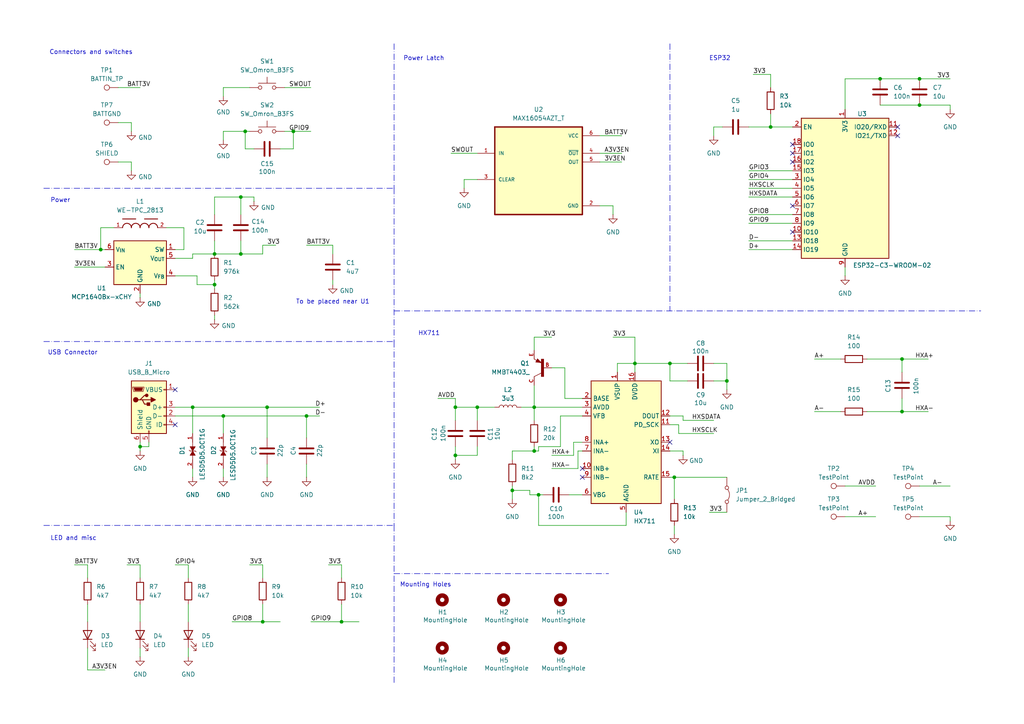
<source format=kicad_sch>
(kicad_sch (version 20231120) (generator "eeschema") (generator_version "8.0")
  (paper "A4")
  (lib_symbols
    (symbol "Analog_ADC:HX711"
      (property "Reference" "U" (at 5.08 21.59 0))
      (property "Value" "HX711" (at 7.62 19.05 0))
      (symbol "HX711_1_1"
        (pin power_in line (at -2.54 20.32 270) (length 2.54) (name "VSUP") (number "1"))
        (pin input line (at -12.7 -7.62 0) (length 2.54) (name "INB+") (number "10"))
        (pin input line (at 12.7 5.08 180) (length 2.54) (name "PD_SCK") (number "11"))
        (pin output line (at 12.7 7.62 180) (length 2.54) (name "DOUT") (number "12"))
        (pin passive line (at 12.7 0 180) (length 2.54) (name "XO") (number "13"))
        (pin passive line (at 12.7 -2.54 180) (length 2.54) (name "XI") (number "14"))
        (pin input line (at 12.7 -10.16 180) (length 2.54) (name "RATE") (number "15"))
        (pin power_in line (at 2.54 20.32 270) (length 2.54) (name "DVDD") (number "16"))
        (pin passive line (at -12.7 12.7 0) (length 2.54) (name "BASE") (number "2"))
        (pin power_in line (at -12.7 10.16 0) (length 2.54) (name "AVDD") (number "3"))
        (pin input line (at -12.7 7.62 0) (length 2.54) (name "VFB") (number "4"))
        (pin power_in line (at 0 -20.32 90) (length 2.54) (name "AGND") (number "5"))
        (pin passive line (at -12.7 -15.24 0) (length 2.54) (name "VBG") (number "6"))
        (pin input line (at -12.7 -2.54 0) (length 2.54) (name "INA-") (number "7"))
        (pin input line (at -12.7 0 0) (length 2.54) (name "INA+") (number "8"))
        (pin input line (at -12.7 -10.16 0) (length 2.54) (name "INB-") (number "9"))
      )
    )
    (symbol "Connector:TestPoint" (pin_numbers hide) (pin_names (offset 0.762) hide)
      (property "Reference" "TP" (at 0 6.858 0))
      (property "Value" "TestPoint" (at 0 5.08 0))
      (symbol "TestPoint_1_1"
        (pin passive line (at 0 0 90) (length 2.54) (name "1") (number "1"))
      )
    )
    (symbol "Connector:USB_B_Micro" (pin_names (offset 1.016))
      (property "Reference" "J" (at -5.08 11.43 0))
      (property "Value" "USB_B_Micro" (at -5.08 8.89 0))
      (symbol "USB_B_Micro_1_1"
        (pin power_out line (at 7.62 5.08 180) (length 2.54) (name "VBUS") (number "1"))
        (pin bidirectional line (at 7.62 -2.54 180) (length 2.54) (name "D-") (number "2"))
        (pin bidirectional line (at 7.62 0 180) (length 2.54) (name "D+") (number "3"))
        (pin passive line (at 7.62 -5.08 180) (length 2.54) (name "ID") (number "4"))
        (pin power_out line (at 0 -10.16 90) (length 2.54) (name "GND") (number "5"))
        (pin passive line (at -2.54 -10.16 90) (length 2.54) (name "Shield") (number "6"))
      )
    )
    (symbol "Device:C" (pin_numbers hide) (pin_names (offset 0.254))
      (property "Reference" "C" (at 0.635 2.54 0))
      (property "Value" "C" (at 0.635 -2.54 0))
      (symbol "C_1_1"
        (pin passive line (at 0 3.81 270) (length 2.794) (name "~") (number "1"))
        (pin passive line (at 0 -3.81 90) (length 2.794) (name "~") (number "2"))
      )
    )
    (symbol "Device:L" (pin_numbers hide) (pin_names (offset 1.016) hide)
      (property "Reference" "L" (at -1.27 0 90))
      (property "Value" "L" (at 1.905 0 90))
      (symbol "L_1_1"
        (pin passive line (at 0 3.81 270) (length 1.27) (name "1") (number "1"))
        (pin passive line (at 0 -3.81 90) (length 1.27) (name "2") (number "2"))
      )
    )
    (symbol "Device:LED" (pin_numbers hide) (pin_names (offset 1.016) hide)
      (property "Reference" "D" (at 0 2.54 0))
      (property "Value" "LED" (at 0 -2.54 0))
      (symbol "LED_1_1"
        (pin passive line (at -3.81 0 0) (length 2.54) (name "K") (number "1"))
        (pin passive line (at 3.81 0 180) (length 2.54) (name "A") (number "2"))
      )
    )
    (symbol "Device:R" (pin_numbers hide) (pin_names (offset 0))
      (property "Reference" "R" (at 2.032 0 90))
      (property "Value" "R" (at 0 0 90))
      (symbol "R_1_1"
        (pin passive line (at 0 3.81 270) (length 1.27) (name "~") (number "1"))
        (pin passive line (at 0 -3.81 90) (length 1.27) (name "~") (number "2"))
      )
    )
    (symbol "Jumper:Jumper_2_Bridged" (pin_numbers hide) (pin_names (offset 0) hide) (exclude_from_sim yes)
      (property "Reference" "JP" (at 0 1.905 0))
      (property "Value" "Jumper_2_Bridged" (at 0 -2.54 0))
      (symbol "Jumper_2_Bridged_1_1"
        (pin passive line (at -5.08 0 0) (length 2.54) (name "A") (number "1"))
        (pin passive line (at 5.08 0 180) (length 2.54) (name "B") (number "2"))
      )
    )
    (symbol "LESD5D5.0CT1G:LESD5D5.0CT1G" (pin_names (offset 1.016))
      (property "Reference" "D" (at -5.08 2.54 0))
      (property "Value" "LESD5D5.0CT1G" (at -5.08 -5.08 0))
      (symbol "LESD5D5.0CT1G_0_0"
        (pin passive line (at -5.08 0 0) (length 2.54) (name "~") (number "1"))
        (pin passive line (at 5.08 0 180) (length 2.54) (name "~") (number "2"))
      )
    )
    (symbol "MAX16054AZT_T:MAX16054AZT_T" (pin_names (offset 1.016))
      (property "Reference" "U" (at -12.7 13.7 0))
      (property "Value" "MAX16054AZT_T" (at -12.7 -16.7 0))
      (symbol "MAX16054AZT_T_0_0"
        (pin input line (at -17.78 5.08 0) (length 5.08) (name "IN") (number "1"))
        (pin power_in line (at 17.78 -10.16 180) (length 5.08) (name "GND") (number "2"))
        (pin bidirectional line (at -17.78 -2.54 0) (length 5.08) (name "CLEAR") (number "3"))
        (pin output line (at 17.78 5.08 180) (length 5.08) (name "~{OUT}") (number "4"))
        (pin output line (at 17.78 2.54 180) (length 5.08) (name "OUT") (number "5"))
        (pin power_in line (at 17.78 10.16 180) (length 5.08) (name "VCC") (number "6"))
      )
    )
    (symbol "MMBT4403_:MMBT4403_" (pin_names (offset 1.016))
      (property "Reference" "Q" (at -10.1673 7.6255 0))
      (property "Value" "MMBT4403_" (at -10.1715 5.0857 0))
      (symbol "MMBT4403__0_0"
        (pin passive line (at -2.54 0 0) (length 2.54) (name "~") (number "B"))
        (pin passive line (at 2.54 -5.08 90) (length 2.54) (name "~") (number "C"))
        (pin passive line (at 2.54 5.08 270) (length 2.54) (name "~") (number "E"))
      )
    )
    (symbol "Mechanical:MountingHole" (pin_names (offset 1.016)) (exclude_from_sim yes) (in_bom no)
      (property "Reference" "H" (at 0 5.08 0))
      (property "Value" "MountingHole" (at 0 3.175 0))
    )
    (symbol "RF_Module:ESP32-C3-WROOM-02"
      (property "Reference" "U" (at -12.192 21.336 0))
      (property "Value" "ESP32-C3-WROOM-02" (at 12.192 21.336 0))
      (symbol "ESP32-C3-WROOM-02_1_1"
        (pin power_in line (at 0 22.86 270) (length 2.54) (name "3V3") (number "1"))
        (pin bidirectional line (at -15.24 -12.7 0) (length 2.54) (name "IO10") (number "10"))
        (pin bidirectional line (at 15.24 17.78 180) (length 2.54) (name "IO20/RXD") (number "11"))
        (pin bidirectional line (at 15.24 15.24 180) (length 2.54) (name "IO21/TXD") (number "12"))
        (pin bidirectional line (at -15.24 -15.24 0) (length 2.54) (name "IO18") (number "13"))
        (pin bidirectional line (at -15.24 -17.78 0) (length 2.54) (name "IO19") (number "14"))
        (pin bidirectional line (at -15.24 5.08 0) (length 2.54) (name "IO3") (number "15"))
        (pin bidirectional line (at -15.24 7.62 0) (length 2.54) (name "IO2") (number "16"))
        (pin bidirectional line (at -15.24 10.16 0) (length 2.54) (name "IO1") (number "17"))
        (pin bidirectional line (at -15.24 12.7 0) (length 2.54) (name "IO0") (number "18"))
        (pin passive line (at 0 -22.86 90) (length 2.54) hide (name "GND") (number "19"))
        (pin input line (at -15.24 17.78 0) (length 2.54) (name "EN") (number "2"))
        (pin bidirectional line (at -15.24 2.54 0) (length 2.54) (name "IO4") (number "3"))
        (pin bidirectional line (at -15.24 0 0) (length 2.54) (name "IO5") (number "4"))
        (pin bidirectional line (at -15.24 -2.54 0) (length 2.54) (name "IO6") (number "5"))
        (pin bidirectional line (at -15.24 -5.08 0) (length 2.54) (name "IO7") (number "6"))
        (pin bidirectional line (at -15.24 -7.62 0) (length 2.54) (name "IO8") (number "7"))
        (pin bidirectional line (at -15.24 -10.16 0) (length 2.54) (name "IO9") (number "8"))
        (pin power_in line (at 0 -22.86 90) (length 2.54) (name "GND") (number "9"))
      )
    )
    (symbol "Regulator_Switching:MCP1640Bx-xCHY"
      (property "Reference" "U" (at -7.62 8.89 0))
      (property "Value" "MCP1640Bx-xCHY" (at -1.27 8.89 0))
      (symbol "MCP1640Bx-xCHY_1_1"
        (pin input line (at 10.16 5.08 180) (length 2.54) (name "SW") (number "1"))
        (pin power_in line (at 0 -7.62 90) (length 2.54) (name "GND") (number "2"))
        (pin input line (at -10.16 0 0) (length 2.54) (name "EN") (number "3"))
        (pin input line (at 10.16 -2.54 180) (length 2.54) (name "V_{FB}") (number "4"))
        (pin power_out line (at 10.16 2.54 180) (length 2.54) (name "V_{OUT}") (number "5"))
        (pin power_in line (at -10.16 5.08 0) (length 2.54) (name "V_{IN}") (number "6"))
      )
    )
    (symbol "Switch:SW_Omron_B3FS" (pin_numbers hide) (pin_names (offset 1.016) hide)
      (property "Reference" "SW" (at 1.27 2.54 0))
      (property "Value" "SW_Omron_B3FS" (at 0 -1.524 0))
      (symbol "SW_Omron_B3FS_0_1"
        (pin passive line (at -5.08 0 0) (length 2.54) (name "1") (number "1"))
        (pin passive line (at 5.08 0 180) (length 2.54) (name "2") (number "2"))
      )
    )
    (symbol "WE-TPC_2813:WE-TPC_2813" (pin_names (offset 1.016))
      (property "Reference" "L" (at 0 3.81 0))
      (property "Value" "WE-TPC_2813" (at 0 -2.54 0))
      (symbol "WE-TPC_2813_0_0"
        (pin passive line (at -7.62 0 0) (length 2.54) (name "~") (number "1"))
        (pin passive line (at 7.62 0 180) (length 2.54) (name "~") (number "2"))
      )
    )
    (symbol "power:GND" (power) (pin_numbers hide) (pin_names (offset 0) hide)
      (property "Value" "GND" (at 0 -3.81 0))
      (symbol "GND_1_1"
        (pin power_in line (at 0 0 270) (length 0) (name "~") (number "1"))
      )
    )
  )
  (junction (at 156.21 143.51))
  (junction (at 71.12 38.1))
  (junction (at 266.7 22.86))
  (junction (at 88.9 120.65))
  (junction (at 64.77 120.65))
  (junction (at 154.94 130.81))
  (junction (at 261.62 104.14))
  (junction (at 62.23 73.66))
  (junction (at 261.62 119.38))
  (junction (at 266.7 30.48))
  (junction (at 132.08 118.11))
  (junction (at 184.15 105.41))
  (junction (at 69.85 57.15))
  (junction (at 85.09 38.1))
  (junction (at 195.58 138.43))
  (junction (at 223.52 36.83))
  (junction (at 138.43 118.11))
  (junction (at 69.85 73.66))
  (junction (at 154.94 118.11))
  (junction (at 99.06 180.34))
  (junction (at 40.64 129.54))
  (junction (at 77.47 118.11))
  (junction (at 148.59 142.24))
  (junction (at 255.27 22.86))
  (junction (at 210.82 110.49))
  (junction (at 62.23 82.55))
  (junction (at 55.88 118.11))
  (junction (at 76.2 180.34))
  (junction (at 194.31 105.41))
  (junction (at 29.21 72.39))
  (junction (at 132.08 132.08))
  (no_connect (at 50.8 113.03))
  (no_connect (at 168.91 135.89))
  (no_connect (at 260.35 36.83))
  (no_connect (at 229.87 67.31))
  (no_connect (at 229.87 41.91))
  (no_connect (at 229.87 46.99))
  (no_connect (at 229.87 59.69))
  (no_connect (at 168.91 138.43))
  (no_connect (at 50.8 123.19))
  (no_connect (at 229.87 44.45))
  (no_connect (at 260.35 39.37))
  (no_connect (at 194.31 128.27))
  (wire (pts (xy 198.12 120.65) (xy 198.12 121.92)))
  (wire (pts (xy 64.77 135.89) (xy 64.77 138.43)))
  (polyline (pts (xy 12.7 99.06) (xy 114.3 99.06)) (stroke (width 0) (type dash_dot)))
  (wire (pts (xy 57.15 80.01) (xy 57.15 82.55)))
  (wire (pts (xy 209.55 36.83) (xy 207.01 36.83)))
  (wire (pts (xy 148.59 142.24) (xy 148.59 144.78)))
  (polyline (pts (xy 114.3 12.7) (xy 114.3 54.61)) (stroke (width 0) (type dash_dot)))
  (wire (pts (xy 138.43 52.07) (xy 134.62 52.07)))
  (wire (pts (xy 96.52 81.28) (xy 96.52 82.55)))
  (wire (pts (xy 134.62 52.07) (xy 134.62 54.61)))
  (wire (pts (xy 57.15 82.55) (xy 62.23 82.55)))
  (wire (pts (xy 50.8 74.93) (xy 55.88 74.93)))
  (wire (pts (xy 245.11 22.86) (xy 255.27 22.86)))
  (wire (pts (xy 236.22 104.14) (xy 243.84 104.14)))
  (wire (pts (xy 173.99 59.69) (xy 177.8 59.69)))
  (wire (pts (xy 64.77 38.1) (xy 64.77 40.64)))
  (wire (pts (xy 95.25 163.83) (xy 99.06 163.83)))
  (wire (pts (xy 166.37 128.27) (xy 166.37 132.08)))
  (wire (pts (xy 195.58 138.43) (xy 195.58 144.78)))
  (wire (pts (xy 62.23 62.23) (xy 62.23 57.15)))
  (wire (pts (xy 62.23 82.55) (xy 62.23 83.82)))
  (wire (pts (xy 223.52 25.4) (xy 223.52 21.59)))
  (wire (pts (xy 38.1 35.56) (xy 38.1 38.1)))
  (wire (pts (xy 160.02 132.08) (xy 166.37 132.08)))
  (wire (pts (xy 55.88 118.11) (xy 55.88 125.73)))
  (wire (pts (xy 69.85 57.15) (xy 73.66 57.15)))
  (wire (pts (xy 194.31 110.49) (xy 194.31 105.41)))
  (wire (pts (xy 266.7 22.86) (xy 275.59 22.86)))
  (wire (pts (xy 162.56 129.54) (xy 156.21 129.54)))
  (polyline (pts (xy 114.3 152.4) (xy 114.3 198.12)) (stroke (width 0) (type dash_dot)))
  (wire (pts (xy 76.2 71.12) (xy 80.01 71.12)))
  (wire (pts (xy 50.8 118.11) (xy 55.88 118.11)))
  (wire (pts (xy 62.23 73.66) (xy 69.85 73.66)))
  (wire (pts (xy 71.12 43.18) (xy 71.12 38.1)))
  (wire (pts (xy 177.8 59.69) (xy 177.8 62.23)))
  (wire (pts (xy 194.31 105.41) (xy 199.39 105.41)))
  (wire (pts (xy 148.59 140.97) (xy 148.59 142.24)))
  (wire (pts (xy 207.01 105.41) (xy 210.82 105.41)))
  (wire (pts (xy 99.06 175.26) (xy 99.06 180.34)))
  (wire (pts (xy 181.61 152.4) (xy 156.21 152.4)))
  (wire (pts (xy 196.85 125.73) (xy 207.01 125.73)))
  (wire (pts (xy 21.59 163.83) (xy 25.4 163.83)))
  (wire (pts (xy 156.21 129.54) (xy 156.21 130.81)))
  (wire (pts (xy 25.4 175.26) (xy 25.4 180.34)))
  (wire (pts (xy 251.46 104.14) (xy 261.62 104.14)))
  (wire (pts (xy 71.12 38.1) (xy 72.39 38.1)))
  (wire (pts (xy 218.44 21.59) (xy 223.52 21.59)))
  (wire (pts (xy 54.61 167.64) (xy 54.61 163.83)))
  (wire (pts (xy 156.21 130.81) (xy 154.94 130.81)))
  (wire (pts (xy 196.85 123.19) (xy 196.85 125.73)))
  (wire (pts (xy 154.94 101.6) (xy 154.94 97.79)))
  (wire (pts (xy 184.15 105.41) (xy 184.15 97.79)))
  (wire (pts (xy 40.64 85.09) (xy 40.64 86.36)))
  (wire (pts (xy 34.29 35.56) (xy 38.1 35.56)))
  (wire (pts (xy 207.01 36.83) (xy 207.01 39.37)))
  (polyline (pts (xy 114.3 90.17) (xy 284.48 90.17)) (stroke (width 0) (type dash_dot)))
  (wire (pts (xy 217.17 62.23) (xy 229.87 62.23)))
  (wire (pts (xy 77.47 134.62) (xy 77.47 138.43)))
  (wire (pts (xy 90.17 180.34) (xy 99.06 180.34)))
  (wire (pts (xy 156.21 143.51) (xy 153.67 143.51)))
  (wire (pts (xy 54.61 187.96) (xy 54.61 190.5)))
  (wire (pts (xy 43.18 128.27) (xy 43.18 129.54)))
  (wire (pts (xy 69.85 69.85) (xy 69.85 73.66)))
  (wire (pts (xy 184.15 105.41) (xy 194.31 105.41)))
  (wire (pts (xy 195.58 152.4) (xy 195.58 154.94)))
  (wire (pts (xy 198.12 121.92) (xy 207.01 121.92)))
  (wire (pts (xy 199.39 110.49) (xy 194.31 110.49)))
  (wire (pts (xy 40.64 128.27) (xy 40.64 129.54)))
  (wire (pts (xy 223.52 36.83) (xy 229.87 36.83)))
  (wire (pts (xy 173.99 39.37) (xy 180.34 39.37)))
  (wire (pts (xy 181.61 148.59) (xy 181.61 152.4)))
  (wire (pts (xy 168.91 120.65) (xy 162.56 120.65)))
  (wire (pts (xy 48.26 66.04) (xy 53.34 66.04)))
  (wire (pts (xy 177.8 97.79) (xy 184.15 97.79)))
  (wire (pts (xy 245.11 140.97) (xy 254 140.97)))
  (wire (pts (xy 76.2 167.64) (xy 76.2 163.83)))
  (wire (pts (xy 148.59 130.81) (xy 148.59 133.35)))
  (wire (pts (xy 50.8 163.83) (xy 54.61 163.83)))
  (wire (pts (xy 43.18 129.54) (xy 40.64 129.54)))
  (wire (pts (xy 50.8 120.65) (xy 64.77 120.65)))
  (wire (pts (xy 210.82 105.41) (xy 210.82 110.49)))
  (wire (pts (xy 154.94 130.81) (xy 148.59 130.81)))
  (wire (pts (xy 21.59 77.47) (xy 30.48 77.47)))
  (wire (pts (xy 194.31 120.65) (xy 198.12 120.65)))
  (wire (pts (xy 184.15 105.41) (xy 184.15 107.95)))
  (wire (pts (xy 67.31 180.34) (xy 76.2 180.34)))
  (wire (pts (xy 38.1 46.99) (xy 38.1 49.53)))
  (wire (pts (xy 261.62 104.14) (xy 269.24 104.14)))
  (wire (pts (xy 194.31 138.43) (xy 195.58 138.43)))
  (wire (pts (xy 173.99 44.45) (xy 180.34 44.45)))
  (wire (pts (xy 55.88 135.89) (xy 55.88 138.43)))
  (wire (pts (xy 217.17 52.07) (xy 229.87 52.07)))
  (wire (pts (xy 194.31 123.19) (xy 196.85 123.19)))
  (wire (pts (xy 127 115.57) (xy 132.08 115.57)))
  (wire (pts (xy 88.9 120.65) (xy 92.71 120.65)))
  (wire (pts (xy 143.51 118.11) (xy 138.43 118.11)))
  (wire (pts (xy 179.07 107.95) (xy 179.07 105.41)))
  (wire (pts (xy 261.62 104.14) (xy 261.62 107.95)))
  (wire (pts (xy 132.08 132.08) (xy 132.08 133.35)))
  (wire (pts (xy 40.64 175.26) (xy 40.64 180.34)))
  (wire (pts (xy 168.91 130.81) (xy 167.64 130.81)))
  (wire (pts (xy 168.91 128.27) (xy 166.37 128.27)))
  (wire (pts (xy 25.4 167.64) (xy 25.4 163.83)))
  (wire (pts (xy 29.21 72.39) (xy 30.48 72.39)))
  (wire (pts (xy 217.17 69.85) (xy 229.87 69.85)))
  (wire (pts (xy 132.08 118.11) (xy 132.08 115.57)))
  (wire (pts (xy 173.99 46.99) (xy 180.34 46.99)))
  (wire (pts (xy 77.47 118.11) (xy 77.47 127)))
  (wire (pts (xy 96.52 73.66) (xy 96.52 71.12)))
  (wire (pts (xy 138.43 132.08) (xy 132.08 132.08)))
  (wire (pts (xy 25.4 194.31) (xy 30.48 194.31)))
  (polyline (pts (xy 12.7 152.4) (xy 114.3 152.4)) (stroke (width 0) (type dash_dot)))
  (wire (pts (xy 207.01 110.49) (xy 210.82 110.49)))
  (wire (pts (xy 205.74 148.59) (xy 210.82 148.59)))
  (wire (pts (xy 76.2 73.66) (xy 76.2 71.12)))
  (wire (pts (xy 69.85 73.66) (xy 76.2 73.66)))
  (wire (pts (xy 165.1 143.51) (xy 168.91 143.51)))
  (wire (pts (xy 245.11 31.75) (xy 245.11 22.86)))
  (wire (pts (xy 55.88 118.11) (xy 77.47 118.11)))
  (wire (pts (xy 198.12 130.81) (xy 198.12 132.08)))
  (wire (pts (xy 157.48 143.51) (xy 156.21 143.51)))
  (wire (pts (xy 251.46 119.38) (xy 261.62 119.38)))
  (wire (pts (xy 223.52 33.02) (xy 223.52 36.83)))
  (wire (pts (xy 54.61 175.26) (xy 54.61 180.34)))
  (wire (pts (xy 245.11 149.86) (xy 254 149.86)))
  (wire (pts (xy 36.83 163.83) (xy 40.64 163.83)))
  (wire (pts (xy 72.39 163.83) (xy 76.2 163.83)))
  (wire (pts (xy 154.94 129.54) (xy 154.94 130.81)))
  (polyline (pts (xy 114.3 99.06) (xy 114.3 152.4)) (stroke (width 0) (type dash_dot)))
  (wire (pts (xy 64.77 25.4) (xy 72.39 25.4)))
  (wire (pts (xy 64.77 25.4) (xy 64.77 27.94)))
  (wire (pts (xy 99.06 180.34) (xy 104.14 180.34)))
  (wire (pts (xy 25.4 187.96) (xy 25.4 194.31)))
  (wire (pts (xy 138.43 129.54) (xy 138.43 132.08)))
  (wire (pts (xy 160.02 135.89) (xy 167.64 135.89)))
  (wire (pts (xy 69.85 62.23) (xy 69.85 57.15)))
  (wire (pts (xy 261.62 119.38) (xy 269.24 119.38)))
  (wire (pts (xy 40.64 129.54) (xy 40.64 130.81)))
  (wire (pts (xy 217.17 64.77) (xy 229.87 64.77)))
  (wire (pts (xy 162.56 120.65) (xy 162.56 129.54)))
  (wire (pts (xy 261.62 115.57) (xy 261.62 119.38)))
  (wire (pts (xy 85.09 43.18) (xy 85.09 38.1)))
  (wire (pts (xy 64.77 120.65) (xy 64.77 125.73)))
  (wire (pts (xy 132.08 118.11) (xy 132.08 121.92)))
  (wire (pts (xy 156.21 152.4) (xy 156.21 143.51)))
  (wire (pts (xy 217.17 49.53) (xy 229.87 49.53)))
  (wire (pts (xy 266.7 149.86) (xy 275.59 149.86)))
  (polyline (pts (xy 114.3 166.37) (xy 176.53 166.37)) (stroke (width 0) (type dash_dot)))
  (wire (pts (xy 88.9 134.62) (xy 88.9 138.43)))
  (wire (pts (xy 138.43 118.11) (xy 132.08 118.11)))
  (wire (pts (xy 154.94 97.79) (xy 160.02 97.79)))
  (wire (pts (xy 53.34 72.39) (xy 50.8 72.39)))
  (wire (pts (xy 130.81 44.45) (xy 138.43 44.45)))
  (wire (pts (xy 217.17 57.15) (xy 229.87 57.15)))
  (wire (pts (xy 275.59 30.48) (xy 275.59 31.75)))
  (wire (pts (xy 62.23 69.85) (xy 62.23 73.66)))
  (wire (pts (xy 64.77 120.65) (xy 88.9 120.65)))
  (wire (pts (xy 77.47 118.11) (xy 92.71 118.11)))
  (wire (pts (xy 132.08 129.54) (xy 132.08 132.08)))
  (wire (pts (xy 29.21 66.04) (xy 33.02 66.04)))
  (wire (pts (xy 154.94 111.76) (xy 154.94 118.11)))
  (polyline (pts (xy 194.31 12.7) (xy 194.31 90.17)) (stroke (width 0) (type dash_dot)))
  (wire (pts (xy 163.83 106.68) (xy 160.02 106.68)))
  (wire (pts (xy 55.88 73.66) (xy 62.23 73.66)))
  (wire (pts (xy 40.64 187.96) (xy 40.64 190.5)))
  (wire (pts (xy 195.58 138.43) (xy 210.82 138.43)))
  (wire (pts (xy 266.7 30.48) (xy 275.59 30.48)))
  (wire (pts (xy 21.59 72.39) (xy 29.21 72.39)))
  (wire (pts (xy 154.94 118.11) (xy 151.13 118.11)))
  (wire (pts (xy 85.09 38.1) (xy 90.17 38.1)))
  (wire (pts (xy 73.66 43.18) (xy 71.12 43.18)))
  (wire (pts (xy 88.9 120.65) (xy 88.9 127)))
  (wire (pts (xy 82.55 25.4) (xy 90.17 25.4)))
  (wire (pts (xy 153.67 142.24) (xy 148.59 142.24)))
  (wire (pts (xy 275.59 149.86) (xy 275.59 151.13)))
  (wire (pts (xy 29.21 66.04) (xy 29.21 72.39)))
  (wire (pts (xy 99.06 167.64) (xy 99.06 163.83)))
  (wire (pts (xy 217.17 36.83) (xy 223.52 36.83)))
  (wire (pts (xy 266.7 140.97) (xy 275.59 140.97)))
  (wire (pts (xy 34.29 46.99) (xy 38.1 46.99)))
  (wire (pts (xy 138.43 118.11) (xy 138.43 121.92)))
  (wire (pts (xy 53.34 66.04) (xy 53.34 72.39)))
  (wire (pts (xy 179.07 105.41) (xy 184.15 105.41)))
  (wire (pts (xy 81.28 43.18) (xy 85.09 43.18)))
  (wire (pts (xy 62.23 81.28) (xy 62.23 82.55)))
  (wire (pts (xy 64.77 38.1) (xy 71.12 38.1)))
  (wire (pts (xy 40.64 167.64) (xy 40.64 163.83)))
  (wire (pts (xy 194.31 130.81) (xy 198.12 130.81)))
  (wire (pts (xy 167.64 130.81) (xy 167.64 135.89)))
  (wire (pts (xy 255.27 30.48) (xy 266.7 30.48)))
  (wire (pts (xy 76.2 180.34) (xy 81.28 180.34)))
  (wire (pts (xy 88.9 71.12) (xy 96.52 71.12)))
  (wire (pts (xy 50.8 80.01) (xy 57.15 80.01)))
  (wire (pts (xy 76.2 175.26) (xy 76.2 180.34)))
  (wire (pts (xy 255.27 22.86) (xy 266.7 22.86)))
  (wire (pts (xy 217.17 72.39) (xy 229.87 72.39)))
  (wire (pts (xy 62.23 57.15) (xy 69.85 57.15)))
  (polyline (pts (xy 114.3 54.61) (xy 114.3 99.06)) (stroke (width 0) (type dash_dot)))
  (wire (pts (xy 62.23 91.44) (xy 62.23 92.71)))
  (wire (pts (xy 153.67 143.51) (xy 153.67 142.24)))
  (wire (pts (xy 82.55 38.1) (xy 85.09 38.1)))
  (wire (pts (xy 210.82 110.49) (xy 210.82 113.03)))
  (wire (pts (xy 245.11 77.47) (xy 245.11 80.01)))
  (polyline (pts (xy 12.7 54.61) (xy 114.3 54.61)) (stroke (width 0) (type dash_dot)))
  (wire (pts (xy 34.29 25.4) (xy 40.64 25.4)))
  (wire (pts (xy 236.22 119.38) (xy 243.84 119.38)))
  (wire (pts (xy 55.88 74.93) (xy 55.88 73.66)))
  (wire (pts (xy 73.66 57.15) (xy 73.66 58.42)))
  (wire (pts (xy 168.91 115.57) (xy 163.83 115.57)))
  (wire (pts (xy 217.17 54.61) (xy 229.87 54.61)))
  (wire (pts (xy 154.94 118.11) (xy 168.91 118.11)))
  (wire (pts (xy 163.83 115.57) (xy 163.83 106.68)))
  (wire (pts (xy 154.94 118.11) (xy 154.94 121.92)))
  (text "LED and misc" (at 21.336 156.21 0) (effects (font (size 1.27 1.27))))
  (text "USB Connector" (at 21.082 102.362 0) (effects (font (size 1.27 1.27))))
  (text "ESP32" (at 208.788 17.018 0) (effects (font (size 1.27 1.27))))
  (text "Power" (at 17.526 58.166 0) (effects (font (size 1.27 1.27))))
  (text "Mounting Holes" (at 123.444 169.672 0) (effects (font (size 1.27 1.27))))
  (text "Connectors and switches" (at 26.416 15.24 0) (effects (font (size 1.27 1.27))))
  (text "Power Latch" (at 122.936 17.018 0) (effects (font (size 1.27 1.27))))
  (text "HX711" (at 124.46 96.774 0) (effects (font (size 1.27 1.27))))
  (text "To be placed near U1" (at 96.52 87.63 0) (effects (font (size 1.27 1.27))))
  (label "3V3" (at 218.44 21.59 0))
  (label "GPIO9" (at 90.17 180.34 0))
  (label "GPIO4" (at 217.17 52.07 0))
  (label "D+" (at 217.17 72.39 0))
  (label "HXSCLK" (at 200.66 125.73 0))
  (label "3V3EN" (at 175.26 46.99 0))
  (label "D-" (at 217.17 69.85 0))
  (label "HXA+" (at 265.43 104.14 0))
  (label "A+" (at 236.22 104.14 0))
  (label "HXA+" (at 160.02 132.08 0))
  (label "3V3" (at 95.25 163.83 0))
  (label "GPIO3" (at 217.17 49.53 0))
  (label "3V3" (at 271.78 22.86 0))
  (label "A3V3EN" (at 175.26 44.45 0))
  (label "BATT3V" (at 21.59 163.83 0))
  (label "HXSDATA" (at 200.66 121.92 0))
  (label "GPIO9" (at 217.17 64.77 0))
  (label "GPIO9" (at 83.82 38.1 0))
  (label "3V3" (at 72.39 163.83 0))
  (label "A3V3EN" (at 26.67 194.31 0))
  (label "HXA-" (at 265.43 119.38 0))
  (label "3V3EN" (at 21.59 77.47 0))
  (label "AVDD" (at 248.92 140.97 0))
  (label "BATT3V" (at 88.9 71.12 0))
  (label "SWOUT" (at 83.82 25.4 0))
  (label "D+" (at 91.44 118.11 0))
  (label "3V3" (at 36.83 163.83 0))
  (label "GPIO8" (at 67.31 180.34 0))
  (label "D-" (at 91.44 120.65 0))
  (label "A-" (at 236.22 119.38 0))
  (label "3V3" (at 205.74 148.59 0))
  (label "HXA-" (at 160.02 135.89 0))
  (label "BATT3V" (at 175.26 39.37 0))
  (label "HXSCLK" (at 217.17 54.61 0))
  (label "AVDD" (at 127 115.57 0))
  (label "A-" (at 270.51 140.97 0))
  (label "HXSDATA" (at 217.17 57.15 0))
  (label "A+" (at 248.92 149.86 0))
  (label "GPIO4" (at 50.8 163.83 0))
  (label "BATT3V" (at 36.83 25.4 0))
  (label "3V3" (at 177.8 97.79 0))
  (label "GPIO8" (at 217.17 62.23 0))
  (label "BATT3V" (at 21.59 72.39 0))
  (label "3V3" (at 157.48 97.79 0))
  (label "3V3" (at 77.47 71.12 0))
  (label "SWOUT" (at 130.81 44.45 0))
  (symbol (lib_id "power:GND") (at 38.1 38.1 0) (unit 1)
    (property "Reference" "#PWR022" (effects (hide yes)))
    (property "Value" "GND" (at 42.164 39.878 0))
    (property "Description" "Power symbol creates a global label with name \"GND\" , ground" (effects (hide yes)))
  )
  (symbol (lib_id "power:GND") (at 198.12 132.08 0) (unit 1)
    (property "Reference" "#PWR021" (effects (hide yes)))
    (property "Value" "GND" (at 201.93 133.604 0))
    (property "Description" "Power symbol creates a global label with name \"GND\" , ground" (effects (hide yes)))
  )
  (symbol (lib_id "Device:LED") (at 40.64 184.15 90) (unit 1)
    (property "Reference" "D4" (at 44.45 184.4674 90) (effects (justify right)))
    (property "Value" "LED" (at 44.45 187.0074 90) (effects (justify right)))
    (property "Footprint" "LED_SMD:LED_0603_1608Metric_Pad1.05x0.95mm_HandSolder" (effects (hide yes)))
    (property "Description" "Light emitting diode" (effects (hide yes)))
  )
  (symbol (lib_id "Device:R") (at 25.4 171.45 0) (unit 1)
    (property "Reference" "R6" (at 27.94 170.1799 0) (effects (justify left)))
    (property "Value" "4k7" (at 27.94 172.7199 0) (effects (justify left)))
    (property "Footprint" "Resistor_SMD:R_0603_1608Metric_Pad0.98x0.95mm_HandSolder" (effects (hide yes)))
    (property "Description" "Resistor" (effects (hide yes)))
  )
  (symbol (lib_id "Connector:TestPoint") (at 34.29 35.56 90) (unit 1)
    (property "Reference" "TP7" (at 30.988 30.48 90))
    (property "Value" "BATTGND" (at 30.988 33.02 90))
    (property "Footprint" "TestPoint:TestPoint_Pad_2.0x2.0mm" (effects (hide yes)))
    (property "Description" "test point" (effects (hide yes)))
  )
  (symbol (lib_id "Connector:TestPoint") (at 266.7 140.97 90) (unit 1)
    (property "Reference" "TP4" (at 263.398 135.89 90))
    (property "Value" "TestPoint" (at 263.398 138.43 90))
    (property "Footprint" "TestPoint:TestPoint_Pad_2.0x2.0mm" (effects (hide yes)))
    (property "Description" "test point" (effects (hide yes)))
  )
  (symbol (lib_id "LESD5D5.0CT1G:LESD5D5.0CT1G") (at 55.88 130.81 270) (unit 1)
    (property "Reference" "D1" (at 52.832 129.286 0) (effects (justify left)))
    (property "Value" "LESD5D5.0CT1G" (at 58.674 124.206 0) (effects (justify left)))
    (property "Footprint" "mod:TVS_LESD5D5.0CT1G" (effects (hide yes)))
    (property "MF" "Leshan Radio Co." (effects (hide yes)))
    (property "MAXIMUM_PACKAGE_HEIGHT" "0.7 mm" (effects (hide yes)))
    (property "Package" "None" (effects (hide yes)))
    (property "Price" "None" (effects (hide yes)))
    (property "Check_prices" "https://www.snapeda.com/parts/LESD5D5.0CT1G/Leshan+Radio+Co./view-part/?ref=eda" (effects (hide yes)))
    (property "STANDARD" "Manufacturer Recommendations" (effects (hide yes)))
    (property "PARTREV" "O" (effects (hide yes)))
    (property "SnapEDA_Link" "https://www.snapeda.com/parts/LESD5D5.0CT1G/Leshan+Radio+Co./view-part/?ref=snap" (effects (hide yes)))
    (property "MP" "LESD5D5.0CT1G" (effects (hide yes)))
    (property "Description_1" "\n                        \n                            Transient Voltage Suppressors for ESD Protection\n                        \n" (effects (hide yes)))
    (property "Availability" "In Stock" (effects (hide yes)))
    (property "MANUFACTURER" "LRC" (effects (hide yes)))
  )
  (symbol (lib_id "Device:R") (at 154.94 125.73 0) (unit 1)
    (property "Reference" "R12" (at 157.48 124.4599 0) (effects (justify left)))
    (property "Value" "20k" (at 157.48 126.9999 0) (effects (justify left)))
    (property "Footprint" "Resistor_SMD:R_0603_1608Metric_Pad0.98x0.95mm_HandSolder" (effects (hide yes)))
    (property "Description" "Resistor" (effects (hide yes)))
  )
  (symbol (lib_id "power:GND") (at 177.8 62.23 0) (unit 1)
    (property "Reference" "#PWR07" (effects (hide yes)))
    (property "Value" "GND" (at 177.8 67.31 0))
    (property "Description" "Power symbol creates a global label with name \"GND\" , ground" (effects (hide yes)))
  )
  (symbol (lib_id "power:GND") (at 62.23 92.71 0) (unit 1)
    (property "Reference" "#PWR03" (effects (hide yes)))
    (property "Value" "GND" (at 66.294 94.488 0))
    (property "Description" "Power symbol creates a global label with name \"GND\" , ground" (effects (hide yes)))
  )
  (symbol (lib_id "power:GND") (at 96.52 82.55 0) (unit 1)
    (property "Reference" "#PWR04" (effects (hide yes)))
    (property "Value" "GND" (at 100.584 84.328 0))
    (property "Description" "Power symbol creates a global label with name \"GND\" , ground" (effects (hide yes)))
  )
  (symbol (lib_id "MAX16054AZT_T:MAX16054AZT_T") (at 156.21 49.53 0) (unit 1)
    (property "Reference" "U2" (at 156.21 31.75 0))
    (property "Value" "MAX16054AZT_T" (at 156.21 34.29 0))
    (property "Footprint" "mod:SOT95P275X110-6N" (effects (hide yes)))
    (property "MF" "Analog Devices" (effects (hide yes)))
    (property "Description_1" "\n                        \n                            On/Off Controller with Debounce and ±15kV ESD Protection\n                        \n" (effects (hide yes)))
    (property "Package" "SOT-23-6 Maxim" (effects (hide yes)))
    (property "Price" "None" (effects (hide yes)))
    (property "SnapEDA_Link" "https://www.snapeda.com/parts/MAX16054AZT+T/Analog+Devices/view-part/?ref=snap" (effects (hide yes)))
    (property "MP" "MAX16054AZT+T" (effects (hide yes)))
    (property "Availability" "In Stock" (effects (hide yes)))
    (property "Check_prices" "https://www.snapeda.com/parts/MAX16054AZT+T/Analog+Devices/view-part/?ref=eda" (effects (hide yes)))
  )
  (symbol (lib_id "power:GND") (at 40.64 86.36 0) (unit 1)
    (property "Reference" "#PWR02" (effects (hide yes)))
    (property "Value" "GND" (at 44.704 88.138 0))
    (property "Description" "Power symbol creates a global label with name \"GND\" , ground" (effects (hide yes)))
  )
  (symbol (lib_id "power:GND") (at 64.77 138.43 0) (unit 1)
    (property "Reference" "#PWR010" (effects (hide yes)))
    (property "Value" "GND" (at 64.77 143.51 0))
    (property "Description" "Power symbol creates a global label with name \"GND\" , ground" (effects (hide yes)))
  )
  (symbol (lib_id "Connector:TestPoint") (at 245.11 140.97 90) (unit 1)
    (property "Reference" "TP2" (at 241.808 135.89 90))
    (property "Value" "TestPoint" (at 241.808 138.43 90))
    (property "Footprint" "TestPoint:TestPoint_Pad_2.0x2.0mm" (effects (hide yes)))
    (property "Description" "test point" (effects (hide yes)))
  )
  (symbol (lib_id "Switch:SW_Omron_B3FS") (at 77.47 25.4 0) (unit 1)
    (property "Reference" "SW1" (at 77.47 17.78 0))
    (property "Value" "SW_Omron_B3FS" (at 77.47 20.32 0))
    (property "Footprint" "Button_Switch_SMD:SW_SPST_Omron_B3FS-101xP" (effects (hide yes)))
    (property "Datasheet" "https://omronfs.omron.com/en_US/ecb/products/pdf/en-b3fs.pdf" (effects (hide yes)))
    (property "Description" "Omron B3FS 6x6mm single pole normally-open tactile switch" (effects (hide yes)))
  )
  (symbol (lib_id "Device:R") (at 99.06 171.45 0) (unit 1)
    (property "Reference" "R10" (at 101.6 170.1799 0) (effects (justify left)))
    (property "Value" "10k" (at 101.6 172.7199 0) (effects (justify left)))
    (property "Footprint" "Resistor_SMD:R_0603_1608Metric_Pad0.98x0.95mm_HandSolder" (effects (hide yes)))
    (property "Description" "Resistor" (effects (hide yes)))
  )
  (symbol (lib_id "power:GND") (at 134.62 54.61 0) (unit 1)
    (property "Reference" "#PWR06" (effects (hide yes)))
    (property "Value" "GND" (at 134.62 59.69 0))
    (property "Description" "Power symbol creates a global label with name \"GND\" , ground" (effects (hide yes)))
  )
  (symbol (lib_id "power:GND") (at 210.82 113.03 0) (unit 1)
    (property "Reference" "#PWR019" (effects (hide yes)))
    (property "Value" "GND" (at 210.82 118.11 0))
    (property "Description" "Power symbol creates a global label with name \"GND\" , ground" (effects (hide yes)))
  )
  (symbol (lib_id "Device:C") (at 132.08 125.73 180) (unit 1)
    (property "Reference" "C12" (at 125.984 123.952 90) (effects (justify left)))
    (property "Value" "100n" (at 128.524 123.19 90) (effects (justify left)))
    (property "Footprint" "Capacitor_SMD:C_0603_1608Metric_Pad1.08x0.95mm_HandSolder" (effects (hide yes)))
    (property "Description" "Unpolarized capacitor" (effects (hide yes)))
  )
  (symbol (lib_id "Connector:TestPoint") (at 266.7 149.86 90) (unit 1)
    (property "Reference" "TP5" (at 263.398 144.78 90))
    (property "Value" "TestPoint" (at 263.398 147.32 90))
    (property "Footprint" "TestPoint:TestPoint_Pad_2.0x2.0mm" (effects (hide yes)))
    (property "Description" "test point" (effects (hide yes)))
  )
  (symbol (lib_id "Device:C") (at 77.47 130.81 0) (unit 1)
    (property "Reference" "C3" (at 73.66 132.08 90) (effects (justify left)))
    (property "Value" "22p" (at 81.28 132.588 90) (effects (justify left)))
    (property "Footprint" "Capacitor_SMD:C_0603_1608Metric_Pad1.08x0.95mm_HandSolder" (effects (hide yes)))
    (property "Description" "Unpolarized capacitor" (effects (hide yes)))
  )
  (symbol (lib_id "Device:C") (at 96.52 77.47 0) (unit 1)
    (property "Reference" "C1" (at 100.33 76.1999 0) (effects (justify left)))
    (property "Value" "4u7" (at 100.33 78.7399 0) (effects (justify left)))
    (property "Footprint" "Capacitor_SMD:C_0603_1608Metric_Pad1.08x0.95mm_HandSolder" (effects (hide yes)))
    (property "Description" "Unpolarized capacitor" (effects (hide yes)))
  )
  (symbol (lib_id "Device:C") (at 138.43 125.73 180) (unit 1)
    (property "Reference" "C11" (at 142.24 123.952 90) (effects (justify left)))
    (property "Value" "10u" (at 144.272 123.952 90) (effects (justify left)))
    (property "Footprint" "Capacitor_SMD:C_0603_1608Metric_Pad1.08x0.95mm_HandSolder" (effects (hide yes)))
    (property "Description" "Unpolarized capacitor" (effects (hide yes)))
  )
  (symbol (lib_id "Device:R") (at 62.23 87.63 0) (unit 1)
    (property "Reference" "R2" (at 64.77 86.3599 0) (effects (justify left)))
    (property "Value" "562k" (at 64.77 88.8999 0) (effects (justify left)))
    (property "Footprint" "Resistor_SMD:R_0603_1608Metric_Pad0.98x0.95mm_HandSolder" (effects (hide yes)))
    (property "Description" "Resistor" (effects (hide yes)))
  )
  (symbol (lib_id "Device:C") (at 213.36 36.83 90) (unit 1)
    (property "Reference" "C5" (at 213.36 29.21 90))
    (property "Value" "1u" (at 213.36 31.75 90))
    (property "Footprint" "Capacitor_SMD:C_0603_1608Metric_Pad1.08x0.95mm_HandSolder" (effects (hide yes)))
    (property "Description" "Unpolarized capacitor" (effects (hide yes)))
  )
  (symbol (lib_id "power:GND") (at 88.9 138.43 0) (unit 1)
    (property "Reference" "#PWR012" (effects (hide yes)))
    (property "Value" "GND" (at 88.9 143.51 0))
    (property "Description" "Power symbol creates a global label with name \"GND\" , ground" (effects (hide yes)))
  )
  (symbol (lib_id "power:GND") (at 132.08 133.35 0) (unit 1)
    (property "Reference" "#PWR020" (effects (hide yes)))
    (property "Value" "GND" (at 132.08 138.43 0))
    (property "Description" "Power symbol creates a global label with name \"GND\" , ground" (effects (hide yes)))
  )
  (symbol (lib_id "Device:C") (at 69.85 66.04 0) (unit 1)
    (property "Reference" "C14" (at 72.898 64.262 0) (effects (justify left)))
    (property "Value" "100n" (at 72.898 66.802 0) (effects (justify left)))
    (property "Footprint" "Capacitor_SMD:C_0603_1608Metric_Pad1.08x0.95mm_HandSolder" (effects (hide yes)))
    (property "Description" "Unpolarized capacitor" (effects (hide yes)))
  )
  (symbol (lib_id "MMBT4403_:MMBT4403_") (at 157.48 106.68 0) (mirror y) (unit 1)
    (property "Reference" "Q1" (at 153.67 105.3829 0) (effects (justify left)))
    (property "Value" "MMBT4403_" (at 153.67 107.9229 0) (effects (justify left)))
    (property "Footprint" "mod:SOT23-BEC" (effects (hide yes)))
    (property "MF" "ON Semiconductor" (effects (hide yes)))
    (property "Description_1" "\n                        \n                            Bipolar (BJT) Transistor PNP 40 V 600 mA 200MHz 150 mW Surface Mount SC-70-3 (SOT323)\n                        \n" (effects (hide yes)))
    (property "Package" "SOT-23-3 ON Semiconductor" (effects (hide yes)))
    (property "Price" "None" (effects (hide yes)))
    (property "SnapEDA_Link" "https://www.snapeda.com/parts/MMBT4403/Onsemi/view-part/?ref=snap" (effects (hide yes)))
    (property "MP" "MMBT4403" (effects (hide yes)))
    (property "Availability" "Not in stock" (effects (hide yes)))
    (property "Check_prices" "https://www.snapeda.com/parts/MMBT4403/Onsemi/view-part/?ref=eda" (effects (hide yes)))
  )
  (symbol (lib_id "Device:R") (at 40.64 171.45 0) (unit 1)
    (property "Reference" "R7" (at 43.18 170.1799 0) (effects (justify left)))
    (property "Value" "4k7" (at 43.18 172.7199 0) (effects (justify left)))
    (property "Footprint" "Resistor_SMD:R_0603_1608Metric_Pad0.98x0.95mm_HandSolder" (effects (hide yes)))
    (property "Description" "Resistor" (effects (hide yes)))
  )
  (symbol (lib_id "Mechanical:MountingHole") (at 146.05 173.99 0) (unit 1) (exclude_from_sim yes) (in_bom no)
    (property "Reference" "H2" (at 144.78 177.546 0) (effects (justify left)))
    (property "Value" "MountingHole" (at 140.462 179.832 0) (effects (justify left)))
    (property "Footprint" "MountingHole:MountingHole_2.2mm_M2" (effects (hide yes)))
    (property "Description" "Mounting Hole without connection" (effects (hide yes)))
  )
  (symbol (lib_id "Device:C") (at 261.62 111.76 180) (unit 1)
    (property "Reference" "C13" (at 257.556 109.982 90) (effects (justify left)))
    (property "Value" "100n" (at 265.684 109.474 90) (effects (justify left)))
    (property "Footprint" "Capacitor_SMD:C_0603_1608Metric_Pad1.08x0.95mm_HandSolder" (effects (hide yes)))
    (property "Description" "Unpolarized capacitor" (effects (hide yes)))
  )
  (symbol (lib_id "Connector:TestPoint") (at 34.29 25.4 90) (unit 1)
    (property "Reference" "TP1" (at 30.988 20.32 90))
    (property "Value" "BATTIN_TP" (at 30.988 22.86 90))
    (property "Footprint" "TestPoint:TestPoint_Pad_2.0x2.0mm" (effects (hide yes)))
    (property "Description" "test point" (effects (hide yes)))
  )
  (symbol (lib_id "Device:C") (at 203.2 105.41 90) (unit 1)
    (property "Reference" "C8" (at 203.2 99.568 90))
    (property "Value" "100n" (at 203.2 101.854 90))
    (property "Footprint" "Capacitor_SMD:C_0603_1608Metric_Pad1.08x0.95mm_HandSolder" (effects (hide yes)))
    (property "Description" "Unpolarized capacitor" (effects (hide yes)))
  )
  (symbol (lib_id "Mechanical:MountingHole") (at 146.05 187.96 0) (unit 1) (exclude_from_sim yes) (in_bom no)
    (property "Reference" "H5" (at 144.78 191.516 0) (effects (justify left)))
    (property "Value" "MountingHole" (at 140.462 193.802 0) (effects (justify left)))
    (property "Footprint" "MountingHole:MountingHole_2.2mm_M2" (effects (hide yes)))
    (property "Description" "Mounting Hole without connection" (effects (hide yes)))
  )
  (symbol (lib_id "Device:C") (at 62.23 66.04 0) (unit 1)
    (property "Reference" "C2" (at 56.642 64.516 0) (effects (justify left)))
    (property "Value" "10u" (at 56.134 67.056 0) (effects (justify left)))
    (property "Footprint" "Capacitor_SMD:C_0603_1608Metric_Pad1.08x0.95mm_HandSolder" (effects (hide yes)))
    (property "Description" "Unpolarized capacitor" (effects (hide yes)))
  )
  (symbol (lib_id "Mechanical:MountingHole") (at 162.56 187.96 0) (unit 1) (exclude_from_sim yes) (in_bom no)
    (property "Reference" "H6" (at 161.29 191.516 0) (effects (justify left)))
    (property "Value" "MountingHole" (at 156.972 193.802 0) (effects (justify left)))
    (property "Footprint" "MountingHole:MountingHole_2.2mm_M2" (effects (hide yes)))
    (property "Description" "Mounting Hole without connection" (effects (hide yes)))
  )
  (symbol (lib_id "Mechanical:MountingHole") (at 128.27 173.99 0) (unit 1) (exclude_from_sim yes) (in_bom no)
    (property "Reference" "H1" (at 127 177.546 0) (effects (justify left)))
    (property "Value" "MountingHole" (at 122.682 179.832 0) (effects (justify left)))
    (property "Footprint" "MountingHole:MountingHole_2.2mm_M2" (effects (hide yes)))
    (property "Description" "Mounting Hole without connection" (effects (hide yes)))
  )
  (symbol (lib_id "Mechanical:MountingHole") (at 128.27 187.96 0) (unit 1) (exclude_from_sim yes) (in_bom no)
    (property "Reference" "H4" (at 127 191.516 0) (effects (justify left)))
    (property "Value" "MountingHole" (at 122.682 193.802 0) (effects (justify left)))
    (property "Footprint" "MountingHole:MountingHole_2.2mm_M2" (effects (hide yes)))
    (property "Description" "Mounting Hole without connection" (effects (hide yes)))
  )
  (symbol (lib_id "power:GND") (at 64.77 27.94 0) (unit 1)
    (property "Reference" "#PWR027" (effects (hide yes)))
    (property "Value" "GND" (at 64.77 32.512 0))
    (property "Description" "Power symbol creates a global label with name \"GND\" , ground" (effects (hide yes)))
  )
  (symbol (lib_id "LESD5D5.0CT1G:LESD5D5.0CT1G") (at 64.77 130.81 270) (unit 1)
    (property "Reference" "D2" (at 61.976 129.286 0) (effects (justify left)))
    (property "Value" "LESD5D5.0CT1G" (at 67.564 124.46 0) (effects (justify left)))
    (property "Footprint" "mod:TVS_LESD5D5.0CT1G" (effects (hide yes)))
    (property "MF" "Leshan Radio Co." (effects (hide yes)))
    (property "MAXIMUM_PACKAGE_HEIGHT" "0.7 mm" (effects (hide yes)))
    (property "Package" "None" (effects (hide yes)))
    (property "Price" "None" (effects (hide yes)))
    (property "Check_prices" "https://www.snapeda.com/parts/LESD5D5.0CT1G/Leshan+Radio+Co./view-part/?ref=eda" (effects (hide yes)))
    (property "STANDARD" "Manufacturer Recommendations" (effects (hide yes)))
    (property "PARTREV" "O" (effects (hide yes)))
    (property "SnapEDA_Link" "https://www.snapeda.com/parts/LESD5D5.0CT1G/Leshan+Radio+Co./view-part/?ref=snap" (effects (hide yes)))
    (property "MP" "LESD5D5.0CT1G" (effects (hide yes)))
    (property "Description_1" "\n                        \n                            Transient Voltage Suppressors for ESD Protection\n                        \n" (effects (hide yes)))
    (property "Availability" "In Stock" (effects (hide yes)))
    (property "MANUFACTURER" "LRC" (effects (hide yes)))
  )
  (symbol (lib_id "power:GND") (at 245.11 80.01 0) (unit 1)
    (property "Reference" "#PWR016" (effects (hide yes)))
    (property "Value" "GND" (at 245.11 85.09 0))
    (property "Description" "Power symbol creates a global label with name \"GND\" , ground" (effects (hide yes)))
  )
  (symbol (lib_id "Device:C") (at 255.27 26.67 180) (unit 1)
    (property "Reference" "C6" (at 259.08 25.3999 0) (effects (justify right)))
    (property "Value" "100n" (at 259.08 27.9399 0) (effects (justify right)))
    (property "Footprint" "Capacitor_SMD:C_0603_1608Metric_Pad1.08x0.95mm_HandSolder" (effects (hide yes)))
    (property "Description" "Unpolarized capacitor" (effects (hide yes)))
  )
  (symbol (lib_id "Device:C") (at 88.9 130.81 0) (unit 1)
    (property "Reference" "C4" (at 85.09 132.08 90) (effects (justify left)))
    (property "Value" "22p" (at 92.71 132.588 90) (effects (justify left)))
    (property "Footprint" "Capacitor_SMD:C_0603_1608Metric_Pad1.08x0.95mm_HandSolder" (effects (hide yes)))
    (property "Description" "Unpolarized capacitor" (effects (hide yes)))
  )
  (symbol (lib_id "Device:C") (at 161.29 143.51 90) (unit 1)
    (property "Reference" "C10" (at 161.29 147.574 90))
    (property "Value" "100n" (at 161.29 149.86 90))
    (property "Footprint" "Capacitor_SMD:C_0603_1608Metric_Pad1.08x0.95mm_HandSolder" (effects (hide yes)))
    (property "Description" "Unpolarized capacitor" (effects (hide yes)))
  )
  (symbol (lib_id "Jumper:Jumper_2_Bridged") (at 210.82 143.51 270) (unit 1) (exclude_from_sim yes)
    (property "Reference" "JP1" (at 213.36 142.2399 90) (effects (justify left)))
    (property "Value" "Jumper_2_Bridged" (at 213.36 144.7799 90) (effects (justify left)))
    (property "Footprint" "Jumper:SolderJumper-2_P1.3mm_Open_RoundedPad1.0x1.5mm" (effects (hide yes)))
    (property "Description" "Jumper, 2-pole, closed/bridged" (effects (hide yes)))
  )
  (symbol (lib_id "Device:R") (at 247.65 119.38 90) (unit 1)
    (property "Reference" "R15" (at 247.65 113.03 90))
    (property "Value" "100" (at 247.65 115.57 90))
    (property "Footprint" "Resistor_SMD:R_0603_1608Metric_Pad0.98x0.95mm_HandSolder" (effects (hide yes)))
    (property "Description" "Resistor" (effects (hide yes)))
  )
  (symbol (lib_id "Device:LED") (at 25.4 184.15 90) (unit 1)
    (property "Reference" "D3" (at 29.21 184.4674 90) (effects (justify right)))
    (property "Value" "LED" (at 29.21 187.0074 90) (effects (justify right)))
    (property "Footprint" "LED_SMD:LED_0603_1608Metric_Pad1.05x0.95mm_HandSolder" (effects (hide yes)))
    (property "Description" "Light emitting diode" (effects (hide yes)))
  )
  (symbol (lib_id "power:GND") (at 77.47 138.43 0) (unit 1)
    (property "Reference" "#PWR011" (effects (hide yes)))
    (property "Value" "GND" (at 77.47 143.51 0))
    (property "Description" "Power symbol creates a global label with name \"GND\" , ground" (effects (hide yes)))
  )
  (symbol (lib_id "Device:R") (at 62.23 77.47 0) (unit 1)
    (property "Reference" "R1" (at 64.77 76.1999 0) (effects (justify left)))
    (property "Value" "976k" (at 64.77 78.7399 0) (effects (justify left)))
    (property "Footprint" "Resistor_SMD:R_0603_1608Metric_Pad0.98x0.95mm_HandSolder" (effects (hide yes)))
    (property "Description" "Resistor" (effects (hide yes)))
  )
  (symbol (lib_id "power:GND") (at 275.59 31.75 0) (unit 1)
    (property "Reference" "#PWR014" (effects (hide yes)))
    (property "Value" "GND" (at 275.59 36.83 0))
    (property "Description" "Power symbol creates a global label with name \"GND\" , ground" (effects (hide yes)))
  )
  (symbol (lib_id "Device:R") (at 76.2 171.45 0) (unit 1)
    (property "Reference" "R9" (at 78.74 170.1799 0) (effects (justify left)))
    (property "Value" "10k" (at 78.74 172.7199 0) (effects (justify left)))
    (property "Footprint" "Resistor_SMD:R_0603_1608Metric_Pad0.98x0.95mm_HandSolder" (effects (hide yes)))
    (property "Description" "Resistor" (effects (hide yes)))
  )
  (symbol (lib_id "Device:LED") (at 54.61 184.15 90) (unit 1)
    (property "Reference" "D5" (at 58.42 184.4674 90) (effects (justify right)))
    (property "Value" "LED" (at 58.42 187.0074 90) (effects (justify right)))
    (property "Footprint" "LED_SMD:LED_0603_1608Metric_Pad1.05x0.95mm_HandSolder" (effects (hide yes)))
    (property "Description" "Light emitting diode" (effects (hide yes)))
  )
  (symbol (lib_id "Device:L") (at 147.32 118.11 90) (unit 1)
    (property "Reference" "L2" (at 147.32 113.03 90))
    (property "Value" "3u3" (at 147.32 115.57 90))
    (property "Footprint" "Inductor_SMD:L_0603_1608Metric_Pad1.05x0.95mm_HandSolder" (effects (hide yes)))
    (property "Description" "Inductor" (effects (hide yes)))
  )
  (symbol (lib_id "WE-TPC_2813:WE-TPC_2813") (at 40.64 66.04 0) (unit 1)
    (property "Reference" "L1" (at 40.64 58.42 0))
    (property "Value" "WE-TPC_2813" (at 40.64 60.96 0))
    (property "Footprint" "mod:WE-TPC_2813" (effects (hide yes)))
    (property "DigiKey_Part_Number" "732-1089-2-ND" (effects (hide yes)))
    (property "SnapEDA_Link" "https://www.snapeda.com/parts/744029004/W%25C3%25BCrth+Elektronik+Midcom/view-part/?ref=snap" (effects (hide yes)))
    (property "Description_1" "\n                        \n                            Inductors, Fixed, WE-TPC 2813 4.7uH 1A .17Ohm | Wurth Electronics 744029004\n                        \n" (effects (hide yes)))
    (property "MF" "Würth Elektronik" (effects (hide yes)))
    (property "Package" "Nonstandard Wurth Electronics" (effects (hide yes)))
    (property "Check_prices" "https://www.snapeda.com/parts/744029004/W%25C3%25BCrth+Elektronik+Midcom/view-part/?ref=eda" (effects (hide yes)))
    (property "MP" "744029004" (effects (hide yes)))
  )
  (symbol (lib_id "RF_Module:ESP32-C3-WROOM-02") (at 245.11 54.61 0) (unit 1)
    (property "Reference" "U3" (at 248.666 33.02 0) (effects (justify left)))
    (property "Value" "ESP32-C3-WROOM-02" (at 247.396 76.962 0) (effects (justify left)))
    (property "Footprint" "RF_Module:ESP32-C3-WROOM-02" (effects (hide yes)))
    (property "Datasheet" "https://www.espressif.com/sites/default/files/documentation/esp32-c3-wroom-02_datasheet_en.pdf" (effects (hide yes)))
    (property "Description" "802.11 b/g/n Wi­Fi and Bluetooth 5 module, ESP32­C3 SoC, RISC­V microprocessor, On-board antenna" (effects (hide yes)))
  )
  (symbol (lib_id "Device:C") (at 266.7 26.67 180) (unit 1)
    (property "Reference" "C7" (at 270.51 25.3999 0) (effects (justify right)))
    (property "Value" "10u" (at 270.51 27.9399 0) (effects (justify right)))
    (property "Footprint" "Capacitor_SMD:C_0603_1608Metric_Pad1.08x0.95mm_HandSolder" (effects (hide yes)))
    (property "Description" "Unpolarized capacitor" (effects (hide yes)))
  )
  (symbol (lib_id "power:GND") (at 38.1 49.53 0) (unit 1)
    (property "Reference" "#PWR01" (effects (hide yes)))
    (property "Value" "GND" (at 42.164 51.308 0))
    (property "Description" "Power symbol creates a global label with name \"GND\" , ground" (effects (hide yes)))
  )
  (symbol (lib_id "power:GND") (at 73.66 58.42 0) (unit 1)
    (property "Reference" "#PWR05" (effects (hide yes)))
    (property "Value" "GND" (at 77.724 60.198 0))
    (property "Description" "Power symbol creates a global label with name \"GND\" , ground" (effects (hide yes)))
  )
  (symbol (lib_id "Regulator_Switching:MCP1640Bx-xCHY") (at 40.64 77.47 0) (unit 1)
    (property "Reference" "U1" (at 29.464 83.566 0))
    (property "Value" "MCP1640Bx-xCHY" (at 29.464 86.106 0))
    (property "Footprint" "Package_TO_SOT_SMD:SOT-23-6" (effects (hide yes)))
    (property "Datasheet" "http://ww1.microchip.com/downloads/en/DeviceDoc/20002234D.pdf" (effects (hide yes)))
    (property "Description" "Synchronous Boost Regulator, Adjustable Output 2.0V-5.5V, PWM Only True Disconnect, SOT-23" (effects (hide yes)))
  )
  (symbol (lib_id "Device:R") (at 223.52 29.21 0) (unit 1)
    (property "Reference" "R3" (at 226.06 27.9399 0) (effects (justify left)))
    (property "Value" "10k" (at 226.06 30.4799 0) (effects (justify left)))
    (property "Footprint" "Resistor_SMD:R_0603_1608Metric_Pad0.98x0.95mm_HandSolder" (effects (hide yes)))
    (property "Description" "Resistor" (effects (hide yes)))
  )
  (symbol (lib_id "power:GND") (at 207.01 39.37 0) (unit 1)
    (property "Reference" "#PWR013" (effects (hide yes)))
    (property "Value" "GND" (at 207.01 44.45 0))
    (property "Description" "Power symbol creates a global label with name \"GND\" , ground" (effects (hide yes)))
  )
  (symbol (lib_id "Device:R") (at 195.58 148.59 0) (unit 1)
    (property "Reference" "R13" (at 198.12 147.3199 0) (effects (justify left)))
    (property "Value" "10k" (at 198.12 149.8599 0) (effects (justify left)))
    (property "Footprint" "Resistor_SMD:R_0603_1608Metric_Pad0.98x0.95mm_HandSolder" (effects (hide yes)))
    (property "Description" "Resistor" (effects (hide yes)))
  )
  (symbol (lib_id "power:GND") (at 40.64 190.5 0) (unit 1)
    (property "Reference" "#PWR024" (effects (hide yes)))
    (property "Value" "GND" (at 40.64 195.58 0))
    (property "Description" "Power symbol creates a global label with name \"GND\" , ground" (effects (hide yes)))
  )
  (symbol (lib_id "power:GND") (at 275.59 151.13 0) (unit 1)
    (property "Reference" "#PWR026" (effects (hide yes)))
    (property "Value" "GND" (at 275.59 156.21 0))
    (property "Description" "Power symbol creates a global label with name \"GND\" , ground" (effects (hide yes)))
  )
  (symbol (lib_id "power:GND") (at 54.61 190.5 0) (unit 1)
    (property "Reference" "#PWR025" (effects (hide yes)))
    (property "Value" "GND" (at 54.61 195.58 0))
    (property "Description" "Power symbol creates a global label with name \"GND\" , ground" (effects (hide yes)))
  )
  (symbol (lib_id "Connector:TestPoint") (at 34.29 46.99 90) (unit 1)
    (property "Reference" "TP6" (at 30.988 41.91 90))
    (property "Value" "SHIELD" (at 30.988 44.45 90))
    (property "Footprint" "TestPoint:TestPoint_Pad_2.0x2.0mm" (effects (hide yes)))
    (property "Description" "test point" (effects (hide yes)))
  )
  (symbol (lib_id "Mechanical:MountingHole") (at 162.56 173.99 0) (unit 1) (exclude_from_sim yes) (in_bom no)
    (property "Reference" "H3" (at 161.29 177.546 0) (effects (justify left)))
    (property "Value" "MountingHole" (at 156.972 179.832 0) (effects (justify left)))
    (property "Footprint" "MountingHole:MountingHole_2.2mm_M2" (effects (hide yes)))
    (property "Description" "Mounting Hole without connection" (effects (hide yes)))
  )
  (symbol (lib_id "Device:R") (at 148.59 137.16 0) (unit 1)
    (property "Reference" "R11" (at 151.13 135.8899 0) (effects (justify left)))
    (property "Value" "8k2" (at 151.13 138.4299 0) (effects (justify left)))
    (property "Footprint" "Resistor_SMD:R_0603_1608Metric_Pad0.98x0.95mm_HandSolder" (effects (hide yes)))
    (property "Description" "Resistor" (effects (hide yes)))
  )
  (symbol (lib_id "Device:C") (at 77.47 43.18 90) (unit 1)
    (property "Reference" "C15" (at 77.47 47.498 90))
    (property "Value" "100n" (at 77.47 49.784 90))
    (property "Footprint" "Capacitor_SMD:C_0603_1608Metric_Pad1.08x0.95mm_HandSolder" (effects (hide yes)))
    (property "Description" "Unpolarized capacitor" (effects (hide yes)))
  )
  (symbol (lib_id "power:GND") (at 195.58 154.94 0) (unit 1)
    (property "Reference" "#PWR018" (effects (hide yes)))
    (property "Value" "GND" (at 195.58 160.02 0))
    (property "Description" "Power symbol creates a global label with name \"GND\" , ground" (effects (hide yes)))
  )
  (symbol (lib_id "Switch:SW_Omron_B3FS") (at 77.47 38.1 0) (unit 1)
    (property "Reference" "SW2" (at 77.47 30.48 0))
    (property "Value" "SW_Omron_B3FS" (at 77.47 33.02 0))
    (property "Footprint" "Button_Switch_SMD:SW_SPST_Omron_B3FS-101xP" (effects (hide yes)))
    (property "Datasheet" "https://omronfs.omron.com/en_US/ecb/products/pdf/en-b3fs.pdf" (effects (hide yes)))
    (property "Description" "Omron B3FS 6x6mm single pole normally-open tactile switch" (effects (hide yes)))
  )
  (symbol (lib_id "Connector:USB_B_Micro") (at 43.18 118.11 0) (unit 1)
    (property "Reference" "J1" (at 43.18 105.41 0))
    (property "Value" "USB_B_Micro" (at 43.18 107.95 0))
    (property "Footprint" "Connector_USB:USB_Micro-B_Amphenol_10118194-0001LF_Horizontal" (effects (hide yes)))
    (property "Description" "USB Micro Type B connector" (effects (hide yes)))
  )
  (symbol (lib_id "Analog_ADC:HX711") (at 181.61 128.27 0) (unit 1)
    (property "Reference" "U4" (at 183.8041 148.59 0) (effects (justify left)))
    (property "Value" "HX711" (at 183.8041 151.13 0) (effects (justify left)))
    (property "Footprint" "Package_SO:SOP-16_3.9x9.9mm_P1.27mm" (effects (hide yes)))
    (property "Datasheet" "https://web.archive.org/web/20220615044707/https://akizukidenshi.com/download/ds/avia/hx711.pdf" (effects (hide yes)))
    (property "Description" "24-Bit Analog-to-Digital Converter (ADC) for Weight Scales" (effects (hide yes)))
  )
  (symbol (lib_id "power:GND") (at 64.77 40.64 0) (unit 1)
    (property "Reference" "#PWR023" (effects (hide yes)))
    (property "Value" "GND" (at 64.77 45.212 0))
    (property "Description" "Power symbol creates a global label with name \"GND\" , ground" (effects (hide yes)))
  )
  (symbol (lib_id "Connector:TestPoint") (at 245.11 149.86 90) (unit 1)
    (property "Reference" "TP3" (at 241.808 144.78 90))
    (property "Value" "TestPoint" (at 241.808 147.32 90))
    (property "Footprint" "TestPoint:TestPoint_Pad_2.0x2.0mm" (effects (hide yes)))
    (property "Description" "test point" (effects (hide yes)))
  )
  (symbol (lib_id "power:GND") (at 148.59 144.78 0) (unit 1)
    (property "Reference" "#PWR017" (effects (hide yes)))
    (property "Value" "GND" (at 148.59 149.86 0))
    (property "Description" "Power symbol creates a global label with name \"GND\" , ground" (effects (hide yes)))
  )
  (symbol (lib_id "Device:R") (at 247.65 104.14 90) (unit 1)
    (property "Reference" "R14" (at 247.65 97.79 90))
    (property "Value" "100" (at 247.65 100.33 90))
    (property "Footprint" "Resistor_SMD:R_0603_1608Metric_Pad0.98x0.95mm_HandSolder" (effects (hide yes)))
    (property "Description" "Resistor" (effects (hide yes)))
  )
  (symbol (lib_id "Device:R") (at 54.61 171.45 0) (unit 1)
    (property "Reference" "R8" (at 57.15 170.1799 0) (effects (justify left)))
    (property "Value" "4k7" (at 57.15 172.7199 0) (effects (justify left)))
    (property "Footprint" "Resistor_SMD:R_0603_1608Metric_Pad0.98x0.95mm_HandSolder" (effects (hide yes)))
    (property "Description" "Resistor" (effects (hide yes)))
  )
  (symbol (lib_id "Device:C") (at 203.2 110.49 90) (unit 1)
    (property "Reference" "C9" (at 203.2 114.554 90))
    (property "Value" "10u" (at 203.2 116.84 90))
    (property "Footprint" "Capacitor_SMD:C_0603_1608Metric_Pad1.08x0.95mm_HandSolder" (effects (hide yes)))
    (property "Description" "Unpolarized capacitor" (effects (hide yes)))
  )
  (symbol (lib_id "power:GND") (at 55.88 138.43 0) (unit 1)
    (property "Reference" "#PWR09" (effects (hide yes)))
    (property "Value" "GND" (at 55.88 143.51 0))
    (property "Description" "Power symbol creates a global label with name \"GND\" , ground" (effects (hide yes)))
  )
  (symbol (lib_id "power:GND") (at 40.64 130.81 0) (unit 1)
    (property "Reference" "#PWR08" (effects (hide yes)))
    (property "Value" "GND" (at 40.64 135.89 0))
    (property "Description" "Power symbol creates a global label with name \"GND\" , ground" (effects (hide yes)))
  )
)
</source>
